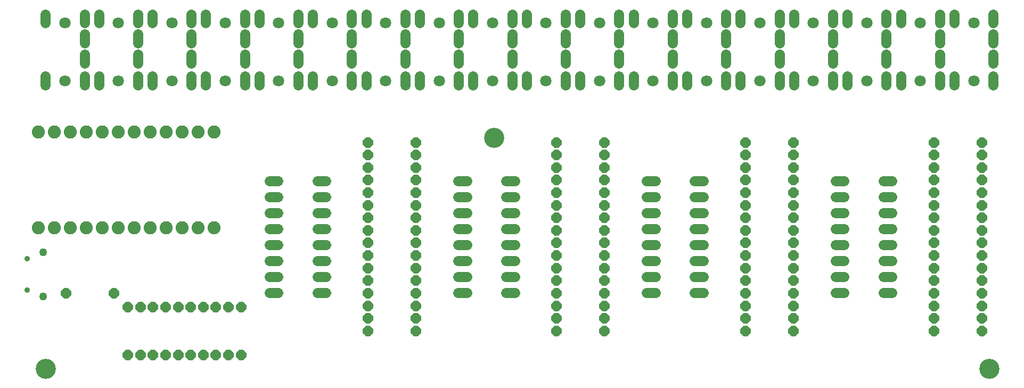
<source format=gts>
G75*
%MOIN*%
%OFA0B0*%
%FSLAX25Y25*%
%IPPOS*%
%LPD*%
%AMOC8*
5,1,8,0,0,1.08239X$1,22.5*
%
%ADD10C,0.08200*%
%ADD11OC8,0.06400*%
%ADD12C,0.12611*%
%ADD13C,0.06400*%
%ADD14C,0.07099*%
%ADD15C,0.06350*%
%ADD16C,0.03500*%
%ADD17C,0.05000*%
D10*
X0023447Y0110795D03*
X0033447Y0110795D03*
X0043447Y0110795D03*
X0053447Y0110795D03*
X0063447Y0110795D03*
X0073447Y0110795D03*
X0083447Y0110795D03*
X0093447Y0110795D03*
X0103447Y0110795D03*
X0113447Y0110795D03*
X0123447Y0110795D03*
X0133447Y0110795D03*
X0133447Y0170795D03*
X0123447Y0170795D03*
X0113447Y0170795D03*
X0103447Y0170795D03*
X0093447Y0170795D03*
X0083447Y0170795D03*
X0073447Y0170795D03*
X0063447Y0170795D03*
X0053447Y0170795D03*
X0043447Y0170795D03*
X0033447Y0170795D03*
X0023447Y0170795D03*
D11*
X0229707Y0164417D03*
X0229707Y0156543D03*
X0229707Y0148669D03*
X0229707Y0140795D03*
X0229707Y0132921D03*
X0229707Y0125047D03*
X0229707Y0117173D03*
X0229707Y0109299D03*
X0229707Y0101425D03*
X0229707Y0093551D03*
X0229707Y0085677D03*
X0229707Y0077803D03*
X0229707Y0069929D03*
X0229707Y0062055D03*
X0229707Y0054181D03*
X0229707Y0046307D03*
X0259707Y0046307D03*
X0259707Y0054181D03*
X0259707Y0062055D03*
X0259707Y0069929D03*
X0259707Y0077803D03*
X0259707Y0085677D03*
X0259707Y0093551D03*
X0259707Y0101425D03*
X0259707Y0109299D03*
X0259707Y0117173D03*
X0259707Y0125047D03*
X0259707Y0132921D03*
X0259707Y0140795D03*
X0259707Y0148669D03*
X0259707Y0156543D03*
X0259707Y0164417D03*
X0347817Y0164417D03*
X0347817Y0156543D03*
X0347817Y0148669D03*
X0347817Y0140795D03*
X0347817Y0132921D03*
X0347817Y0125047D03*
X0347817Y0117173D03*
X0347817Y0109299D03*
X0347817Y0101425D03*
X0347817Y0093551D03*
X0347817Y0085677D03*
X0347817Y0077803D03*
X0347817Y0069929D03*
X0347817Y0062055D03*
X0347817Y0054181D03*
X0347817Y0046307D03*
X0377817Y0046307D03*
X0377817Y0054181D03*
X0377817Y0062055D03*
X0377817Y0069929D03*
X0377817Y0077803D03*
X0377817Y0085677D03*
X0377817Y0093551D03*
X0377817Y0101425D03*
X0377817Y0109299D03*
X0377817Y0117173D03*
X0377817Y0125047D03*
X0377817Y0132921D03*
X0377817Y0140795D03*
X0377817Y0148669D03*
X0377817Y0156543D03*
X0377817Y0164417D03*
X0465928Y0164417D03*
X0465928Y0156543D03*
X0465928Y0148669D03*
X0465928Y0140795D03*
X0465928Y0132921D03*
X0465928Y0125047D03*
X0465928Y0117173D03*
X0465928Y0109299D03*
X0465928Y0101425D03*
X0465928Y0093551D03*
X0465928Y0085677D03*
X0465928Y0077803D03*
X0465928Y0069929D03*
X0465928Y0062055D03*
X0465928Y0054181D03*
X0465928Y0046307D03*
X0495928Y0046307D03*
X0495928Y0054181D03*
X0495928Y0062055D03*
X0495928Y0069929D03*
X0495928Y0077803D03*
X0495928Y0085677D03*
X0495928Y0093551D03*
X0495928Y0101425D03*
X0495928Y0109299D03*
X0495928Y0117173D03*
X0495928Y0125047D03*
X0495928Y0132921D03*
X0495928Y0140795D03*
X0495928Y0148669D03*
X0495928Y0156543D03*
X0495928Y0164417D03*
X0584038Y0164417D03*
X0584038Y0156543D03*
X0584038Y0148669D03*
X0584038Y0140795D03*
X0584038Y0132921D03*
X0584038Y0125047D03*
X0584038Y0117173D03*
X0584038Y0109299D03*
X0584038Y0101425D03*
X0584038Y0093551D03*
X0584038Y0085677D03*
X0584038Y0077803D03*
X0584038Y0069929D03*
X0584038Y0062055D03*
X0584038Y0054181D03*
X0584038Y0046307D03*
X0614038Y0046307D03*
X0614038Y0054181D03*
X0614038Y0062055D03*
X0614038Y0069929D03*
X0614038Y0077803D03*
X0614038Y0085677D03*
X0614038Y0093551D03*
X0614038Y0101425D03*
X0614038Y0109299D03*
X0614038Y0117173D03*
X0614038Y0125047D03*
X0614038Y0132921D03*
X0614038Y0140795D03*
X0614038Y0148669D03*
X0614038Y0156543D03*
X0614038Y0164417D03*
X0150219Y0061307D03*
X0142345Y0061307D03*
X0134471Y0061307D03*
X0126597Y0061307D03*
X0118723Y0061307D03*
X0110849Y0061307D03*
X0102975Y0061307D03*
X0095101Y0061307D03*
X0087227Y0061307D03*
X0079353Y0061307D03*
X0070731Y0069929D03*
X0040731Y0069929D03*
X0079353Y0031307D03*
X0087227Y0031307D03*
X0095101Y0031307D03*
X0102975Y0031307D03*
X0110849Y0031307D03*
X0118723Y0031307D03*
X0126597Y0031307D03*
X0134471Y0031307D03*
X0142345Y0031307D03*
X0150219Y0031307D03*
D12*
X0028172Y0022685D03*
X0308683Y0167331D03*
X0618723Y0022685D03*
D13*
X0557783Y0070362D02*
X0552183Y0070362D01*
X0552183Y0080362D02*
X0557783Y0080362D01*
X0557783Y0090362D02*
X0552183Y0090362D01*
X0552183Y0100362D02*
X0557783Y0100362D01*
X0557783Y0110362D02*
X0552183Y0110362D01*
X0552183Y0120362D02*
X0557783Y0120362D01*
X0557783Y0130362D02*
X0552183Y0130362D01*
X0552183Y0140362D02*
X0557783Y0140362D01*
X0527783Y0140362D02*
X0522183Y0140362D01*
X0522183Y0130362D02*
X0527783Y0130362D01*
X0527783Y0120362D02*
X0522183Y0120362D01*
X0522183Y0110362D02*
X0527783Y0110362D01*
X0527783Y0100362D02*
X0522183Y0100362D01*
X0522183Y0090362D02*
X0527783Y0090362D01*
X0527783Y0080362D02*
X0522183Y0080362D01*
X0522183Y0070362D02*
X0527783Y0070362D01*
X0439672Y0070362D02*
X0434072Y0070362D01*
X0434072Y0080362D02*
X0439672Y0080362D01*
X0439672Y0090362D02*
X0434072Y0090362D01*
X0434072Y0100362D02*
X0439672Y0100362D01*
X0439672Y0110362D02*
X0434072Y0110362D01*
X0434072Y0120362D02*
X0439672Y0120362D01*
X0439672Y0130362D02*
X0434072Y0130362D01*
X0434072Y0140362D02*
X0439672Y0140362D01*
X0409672Y0140362D02*
X0404072Y0140362D01*
X0404072Y0130362D02*
X0409672Y0130362D01*
X0409672Y0120362D02*
X0404072Y0120362D01*
X0404072Y0110362D02*
X0409672Y0110362D01*
X0409672Y0100362D02*
X0404072Y0100362D01*
X0404072Y0090362D02*
X0409672Y0090362D01*
X0409672Y0080362D02*
X0404072Y0080362D01*
X0404072Y0070362D02*
X0409672Y0070362D01*
X0321562Y0070362D02*
X0315962Y0070362D01*
X0315962Y0080362D02*
X0321562Y0080362D01*
X0321562Y0090362D02*
X0315962Y0090362D01*
X0315962Y0100362D02*
X0321562Y0100362D01*
X0321562Y0110362D02*
X0315962Y0110362D01*
X0315962Y0120362D02*
X0321562Y0120362D01*
X0321562Y0130362D02*
X0315962Y0130362D01*
X0315962Y0140362D02*
X0321562Y0140362D01*
X0291562Y0140362D02*
X0285962Y0140362D01*
X0285962Y0130362D02*
X0291562Y0130362D01*
X0291562Y0120362D02*
X0285962Y0120362D01*
X0285962Y0110362D02*
X0291562Y0110362D01*
X0291562Y0100362D02*
X0285962Y0100362D01*
X0285962Y0090362D02*
X0291562Y0090362D01*
X0291562Y0080362D02*
X0285962Y0080362D01*
X0285962Y0070362D02*
X0291562Y0070362D01*
X0203452Y0070362D02*
X0197852Y0070362D01*
X0173452Y0070362D02*
X0167852Y0070362D01*
X0167852Y0080362D02*
X0173452Y0080362D01*
X0173452Y0090362D02*
X0167852Y0090362D01*
X0167852Y0100362D02*
X0173452Y0100362D01*
X0197852Y0100362D02*
X0203452Y0100362D01*
X0203452Y0090362D02*
X0197852Y0090362D01*
X0197852Y0080362D02*
X0203452Y0080362D01*
X0203452Y0110362D02*
X0197852Y0110362D01*
X0173452Y0110362D02*
X0167852Y0110362D01*
X0167852Y0120362D02*
X0173452Y0120362D01*
X0197852Y0120362D02*
X0203452Y0120362D01*
X0203452Y0130362D02*
X0197852Y0130362D01*
X0173452Y0130362D02*
X0167852Y0130362D01*
X0167852Y0140362D02*
X0173452Y0140362D01*
X0197852Y0140362D02*
X0203452Y0140362D01*
D14*
X0207306Y0203000D03*
X0240770Y0203000D03*
X0274235Y0203000D03*
X0307699Y0203000D03*
X0341164Y0203000D03*
X0374628Y0203000D03*
X0408093Y0203000D03*
X0441557Y0203000D03*
X0475022Y0203000D03*
X0508487Y0203000D03*
X0541951Y0203000D03*
X0575416Y0203000D03*
X0608880Y0203000D03*
X0608880Y0239220D03*
X0575416Y0239220D03*
X0541951Y0239220D03*
X0508487Y0239220D03*
X0475022Y0239220D03*
X0441557Y0239220D03*
X0408093Y0239220D03*
X0374628Y0239220D03*
X0341164Y0239220D03*
X0307699Y0239220D03*
X0274235Y0239220D03*
X0240770Y0239220D03*
X0207306Y0239220D03*
X0173841Y0239220D03*
X0140376Y0239220D03*
X0106912Y0239220D03*
X0073447Y0239220D03*
X0039983Y0239220D03*
X0039983Y0203000D03*
X0073447Y0203000D03*
X0106912Y0203000D03*
X0140376Y0203000D03*
X0173841Y0203000D03*
D15*
X0186046Y0205775D02*
X0186046Y0200225D01*
X0195101Y0200225D02*
X0195101Y0205775D01*
X0186046Y0214005D02*
X0186046Y0219554D01*
X0186046Y0226603D02*
X0186046Y0232153D01*
X0186046Y0239202D02*
X0186046Y0244751D01*
X0195101Y0244751D02*
X0195101Y0239202D01*
X0219510Y0239202D02*
X0219510Y0244751D01*
X0228565Y0244751D02*
X0228565Y0239202D01*
X0219510Y0232153D02*
X0219510Y0226603D01*
X0219510Y0219554D02*
X0219510Y0214005D01*
X0219510Y0205775D02*
X0219510Y0200225D01*
X0228565Y0200225D02*
X0228565Y0205775D01*
X0252975Y0205775D02*
X0252975Y0200225D01*
X0262030Y0200225D02*
X0262030Y0205775D01*
X0252975Y0214005D02*
X0252975Y0219554D01*
X0252975Y0226603D02*
X0252975Y0232153D01*
X0252975Y0239202D02*
X0252975Y0244751D01*
X0262030Y0244751D02*
X0262030Y0239202D01*
X0286439Y0239202D02*
X0286439Y0244751D01*
X0295494Y0244751D02*
X0295494Y0239202D01*
X0286439Y0232153D02*
X0286439Y0226603D01*
X0286439Y0219554D02*
X0286439Y0214005D01*
X0286439Y0205775D02*
X0286439Y0200225D01*
X0295494Y0200225D02*
X0295494Y0205775D01*
X0319904Y0205775D02*
X0319904Y0200225D01*
X0328959Y0200225D02*
X0328959Y0205775D01*
X0319904Y0214005D02*
X0319904Y0219554D01*
X0319904Y0226603D02*
X0319904Y0232153D01*
X0319904Y0239202D02*
X0319904Y0244751D01*
X0328959Y0244751D02*
X0328959Y0239202D01*
X0353369Y0239202D02*
X0353369Y0244751D01*
X0362424Y0244751D02*
X0362424Y0239202D01*
X0353369Y0232153D02*
X0353369Y0226603D01*
X0353369Y0219554D02*
X0353369Y0214005D01*
X0353369Y0205775D02*
X0353369Y0200225D01*
X0362424Y0200225D02*
X0362424Y0205775D01*
X0386833Y0205775D02*
X0386833Y0200225D01*
X0395888Y0200225D02*
X0395888Y0205775D01*
X0386833Y0214005D02*
X0386833Y0219554D01*
X0386833Y0226603D02*
X0386833Y0232153D01*
X0386833Y0239202D02*
X0386833Y0244751D01*
X0395888Y0244751D02*
X0395888Y0239202D01*
X0420298Y0239202D02*
X0420298Y0244751D01*
X0429353Y0244751D02*
X0429353Y0239202D01*
X0420298Y0232153D02*
X0420298Y0226603D01*
X0420298Y0219554D02*
X0420298Y0214005D01*
X0420298Y0205775D02*
X0420298Y0200225D01*
X0429353Y0200225D02*
X0429353Y0205775D01*
X0453762Y0205775D02*
X0453762Y0200225D01*
X0462817Y0200225D02*
X0462817Y0205775D01*
X0453762Y0214005D02*
X0453762Y0219554D01*
X0453762Y0226603D02*
X0453762Y0232153D01*
X0453762Y0239202D02*
X0453762Y0244751D01*
X0462817Y0244751D02*
X0462817Y0239202D01*
X0487227Y0239202D02*
X0487227Y0244751D01*
X0496282Y0244751D02*
X0496282Y0239202D01*
X0487227Y0232153D02*
X0487227Y0226603D01*
X0487227Y0219554D02*
X0487227Y0214005D01*
X0487227Y0205775D02*
X0487227Y0200225D01*
X0496282Y0200225D02*
X0496282Y0205775D01*
X0520691Y0205775D02*
X0520691Y0200225D01*
X0529746Y0200225D02*
X0529746Y0205775D01*
X0520691Y0214005D02*
X0520691Y0219554D01*
X0520691Y0226603D02*
X0520691Y0232153D01*
X0520691Y0239202D02*
X0520691Y0244751D01*
X0529746Y0244751D02*
X0529746Y0239202D01*
X0554156Y0239202D02*
X0554156Y0244751D01*
X0563211Y0244751D02*
X0563211Y0239202D01*
X0554156Y0232153D02*
X0554156Y0226603D01*
X0554156Y0219554D02*
X0554156Y0214005D01*
X0554156Y0205775D02*
X0554156Y0200225D01*
X0563211Y0200225D02*
X0563211Y0205775D01*
X0587620Y0205775D02*
X0587620Y0200225D01*
X0596676Y0200225D02*
X0596676Y0205775D01*
X0587620Y0214005D02*
X0587620Y0219554D01*
X0587620Y0226603D02*
X0587620Y0232153D01*
X0587620Y0239202D02*
X0587620Y0244751D01*
X0596676Y0244751D02*
X0596676Y0239202D01*
X0621085Y0239202D02*
X0621085Y0244751D01*
X0621085Y0232153D02*
X0621085Y0226603D01*
X0621085Y0219554D02*
X0621085Y0214005D01*
X0621085Y0205775D02*
X0621085Y0200225D01*
X0161636Y0200225D02*
X0161636Y0205775D01*
X0152581Y0205775D02*
X0152581Y0200225D01*
X0128172Y0200225D02*
X0128172Y0205775D01*
X0119117Y0205775D02*
X0119117Y0200225D01*
X0094707Y0200225D02*
X0094707Y0205775D01*
X0085652Y0205775D02*
X0085652Y0200225D01*
X0061243Y0200225D02*
X0061243Y0205775D01*
X0052187Y0205775D02*
X0052187Y0200225D01*
X0027778Y0200225D02*
X0027778Y0205775D01*
X0052187Y0214005D02*
X0052187Y0219554D01*
X0052187Y0226603D02*
X0052187Y0232153D01*
X0052187Y0239202D02*
X0052187Y0244751D01*
X0061243Y0244751D02*
X0061243Y0239202D01*
X0085652Y0239202D02*
X0085652Y0244751D01*
X0094707Y0244751D02*
X0094707Y0239202D01*
X0085652Y0232153D02*
X0085652Y0226603D01*
X0085652Y0219554D02*
X0085652Y0214005D01*
X0119117Y0214005D02*
X0119117Y0219554D01*
X0119117Y0226603D02*
X0119117Y0232153D01*
X0119117Y0239202D02*
X0119117Y0244751D01*
X0128172Y0244751D02*
X0128172Y0239202D01*
X0152581Y0239202D02*
X0152581Y0244751D01*
X0161636Y0244751D02*
X0161636Y0239202D01*
X0152581Y0232153D02*
X0152581Y0226603D01*
X0152581Y0219554D02*
X0152581Y0214005D01*
X0027778Y0239202D02*
X0027778Y0244751D01*
D16*
X0016361Y0091583D03*
X0016361Y0071898D03*
D17*
X0026203Y0067961D03*
X0026203Y0095520D03*
M02*

</source>
